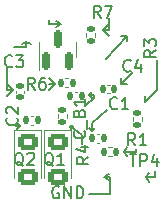
<source format=gto>
%TF.GenerationSoftware,KiCad,Pcbnew,7.0.7*%
%TF.CreationDate,2023-12-15T10:49:53-05:00*%
%TF.ProjectId,Conference Circuit 1214,436f6e66-6572-4656-9e63-652043697263,rev?*%
%TF.SameCoordinates,Original*%
%TF.FileFunction,Legend,Top*%
%TF.FilePolarity,Positive*%
%FSLAX46Y46*%
G04 Gerber Fmt 4.6, Leading zero omitted, Abs format (unit mm)*
G04 Created by KiCad (PCBNEW 7.0.7) date 2023-12-15 10:49:53*
%MOMM*%
%LPD*%
G01*
G04 APERTURE LIST*
G04 Aperture macros list*
%AMRoundRect*
0 Rectangle with rounded corners*
0 $1 Rounding radius*
0 $2 $3 $4 $5 $6 $7 $8 $9 X,Y pos of 4 corners*
0 Add a 4 corners polygon primitive as box body*
4,1,4,$2,$3,$4,$5,$6,$7,$8,$9,$2,$3,0*
0 Add four circle primitives for the rounded corners*
1,1,$1+$1,$2,$3*
1,1,$1+$1,$4,$5*
1,1,$1+$1,$6,$7*
1,1,$1+$1,$8,$9*
0 Add four rect primitives between the rounded corners*
20,1,$1+$1,$2,$3,$4,$5,0*
20,1,$1+$1,$4,$5,$6,$7,0*
20,1,$1+$1,$6,$7,$8,$9,0*
20,1,$1+$1,$8,$9,$2,$3,0*%
G04 Aperture macros list end*
%ADD10C,0.150000*%
%ADD11C,0.120000*%
%ADD12C,1.200000*%
%ADD13C,1.778000*%
%ADD14RoundRect,0.150000X0.150000X-0.587500X0.150000X0.587500X-0.150000X0.587500X-0.150000X-0.587500X0*%
%ADD15RoundRect,0.250001X-0.624999X0.462499X-0.624999X-0.462499X0.624999X-0.462499X0.624999X0.462499X0*%
%ADD16RoundRect,0.140000X0.170000X-0.140000X0.170000X0.140000X-0.170000X0.140000X-0.170000X-0.140000X0*%
%ADD17RoundRect,0.140000X-0.140000X-0.170000X0.140000X-0.170000X0.140000X0.170000X-0.140000X0.170000X0*%
%ADD18RoundRect,0.135000X0.135000X0.185000X-0.135000X0.185000X-0.135000X-0.185000X0.135000X-0.185000X0*%
%ADD19RoundRect,0.135000X-0.185000X0.135000X-0.185000X-0.135000X0.185000X-0.135000X0.185000X0.135000X0*%
%ADD20RoundRect,0.140000X0.140000X0.170000X-0.140000X0.170000X-0.140000X-0.170000X0.140000X-0.170000X0*%
%ADD21RoundRect,0.135000X0.185000X-0.135000X0.185000X0.135000X-0.185000X0.135000X-0.185000X-0.135000X0*%
%ADD22C,1.600200*%
G04 APERTURE END LIST*
D10*
X156210000Y-101092000D02*
X156210000Y-100330000D01*
X156210000Y-100330000D02*
X155194000Y-99568000D01*
X150622000Y-99568000D02*
X151003000Y-99568000D01*
X153416000Y-90551000D02*
X153416000Y-90932000D01*
X157099000Y-99949000D02*
X156845000Y-99695000D01*
X158242000Y-93853000D02*
X160020000Y-91948000D01*
X159512000Y-96012000D02*
X159512000Y-95504000D01*
X160782000Y-101473000D02*
X160782000Y-101727000D01*
X151511000Y-92837000D02*
X151511000Y-92456000D01*
X157226000Y-97155000D02*
X157226000Y-96901000D01*
X162560000Y-93980000D02*
X162560000Y-96520000D01*
X158496000Y-90424000D02*
X158496000Y-91440000D01*
X151003000Y-99568000D02*
X150749000Y-99822000D01*
X158115000Y-103886000D02*
X158496000Y-104140000D01*
X156845000Y-96901000D02*
X157099000Y-96647000D01*
X157988000Y-91440000D02*
X158496000Y-90932000D01*
X153924000Y-96012000D02*
X153416000Y-96520000D01*
X161671000Y-103886000D02*
X161925000Y-104267000D01*
X150495000Y-92837000D02*
X151511000Y-92837000D01*
X151003000Y-99568000D02*
X150749000Y-99314000D01*
X158623000Y-105283000D02*
X158623000Y-103886000D01*
X158115000Y-103886000D02*
X158496000Y-103632000D01*
X155194000Y-99568000D02*
X155313000Y-99902000D01*
X150368000Y-96520000D02*
X149860000Y-96012000D01*
X162433000Y-103886000D02*
X161671000Y-103886000D01*
X162560000Y-96520000D02*
X161544000Y-97536000D01*
X159766000Y-101727000D02*
X160020000Y-102108000D01*
X159512000Y-96012000D02*
X160020000Y-96012000D01*
X158496000Y-91440000D02*
X157988000Y-91440000D01*
X153924000Y-96012000D02*
X153416000Y-95504000D01*
X160020000Y-91948000D02*
X160020000Y-92329000D01*
X161671000Y-103886000D02*
X161925000Y-103505000D01*
X158623000Y-103886000D02*
X158115000Y-103886000D01*
X155194000Y-99568000D02*
X155448000Y-99568000D01*
X160782000Y-101727000D02*
X159766000Y-101727000D01*
X156845000Y-105283000D02*
X158623000Y-105283000D01*
X160020000Y-91948000D02*
X159512000Y-91948000D01*
X151511000Y-92456000D02*
X151892000Y-92583000D01*
X159766000Y-101727000D02*
X160020000Y-101346000D01*
X156845000Y-96901000D02*
X157099000Y-97155000D01*
X162433000Y-103378000D02*
X162433000Y-103886000D01*
X153416000Y-96012000D02*
X153924000Y-96012000D01*
X157099000Y-99314000D02*
X157099000Y-99949000D01*
X157226000Y-96901000D02*
X156845000Y-96901000D01*
X156591000Y-97790000D02*
X157226000Y-97155000D01*
X154432000Y-90932000D02*
X154051000Y-90678000D01*
X150368000Y-96520000D02*
X149860000Y-97028000D01*
X161544000Y-97536000D02*
X161544000Y-97028000D01*
X149860000Y-96520000D02*
X150368000Y-96520000D01*
X149860000Y-94488000D02*
X149860000Y-96520000D01*
X153416000Y-90932000D02*
X154432000Y-90932000D01*
X158369000Y-98171000D02*
X157099000Y-99314000D01*
X154432000Y-90932000D02*
X154051000Y-91186000D01*
X157099000Y-99949000D02*
X157353000Y-99695000D01*
X160528000Y-94996000D02*
X159512000Y-96012000D01*
X157988000Y-91440000D02*
X158496000Y-91948000D01*
X151511000Y-92456000D02*
X151130000Y-92583000D01*
X154276588Y-104708438D02*
X154181350Y-104660819D01*
X154181350Y-104660819D02*
X154038493Y-104660819D01*
X154038493Y-104660819D02*
X153895636Y-104708438D01*
X153895636Y-104708438D02*
X153800398Y-104803676D01*
X153800398Y-104803676D02*
X153752779Y-104898914D01*
X153752779Y-104898914D02*
X153705160Y-105089390D01*
X153705160Y-105089390D02*
X153705160Y-105232247D01*
X153705160Y-105232247D02*
X153752779Y-105422723D01*
X153752779Y-105422723D02*
X153800398Y-105517961D01*
X153800398Y-105517961D02*
X153895636Y-105613200D01*
X153895636Y-105613200D02*
X154038493Y-105660819D01*
X154038493Y-105660819D02*
X154133731Y-105660819D01*
X154133731Y-105660819D02*
X154276588Y-105613200D01*
X154276588Y-105613200D02*
X154324207Y-105565580D01*
X154324207Y-105565580D02*
X154324207Y-105232247D01*
X154324207Y-105232247D02*
X154133731Y-105232247D01*
X154752779Y-105660819D02*
X154752779Y-104660819D01*
X154752779Y-104660819D02*
X155324207Y-105660819D01*
X155324207Y-105660819D02*
X155324207Y-104660819D01*
X155800398Y-105660819D02*
X155800398Y-104660819D01*
X155800398Y-104660819D02*
X156038493Y-104660819D01*
X156038493Y-104660819D02*
X156181350Y-104708438D01*
X156181350Y-104708438D02*
X156276588Y-104803676D01*
X156276588Y-104803676D02*
X156324207Y-104898914D01*
X156324207Y-104898914D02*
X156371826Y-105089390D01*
X156371826Y-105089390D02*
X156371826Y-105232247D01*
X156371826Y-105232247D02*
X156324207Y-105422723D01*
X156324207Y-105422723D02*
X156276588Y-105517961D01*
X156276588Y-105517961D02*
X156181350Y-105613200D01*
X156181350Y-105613200D02*
X156038493Y-105660819D01*
X156038493Y-105660819D02*
X155800398Y-105660819D01*
X160282095Y-101943819D02*
X160853523Y-101943819D01*
X160567809Y-102943819D02*
X160567809Y-101943819D01*
X161186857Y-102943819D02*
X161186857Y-101943819D01*
X161186857Y-101943819D02*
X161567809Y-101943819D01*
X161567809Y-101943819D02*
X161663047Y-101991438D01*
X161663047Y-101991438D02*
X161710666Y-102039057D01*
X161710666Y-102039057D02*
X161758285Y-102134295D01*
X161758285Y-102134295D02*
X161758285Y-102277152D01*
X161758285Y-102277152D02*
X161710666Y-102372390D01*
X161710666Y-102372390D02*
X161663047Y-102420009D01*
X161663047Y-102420009D02*
X161567809Y-102467628D01*
X161567809Y-102467628D02*
X161186857Y-102467628D01*
X162615428Y-102277152D02*
X162615428Y-102943819D01*
X162377333Y-101896200D02*
X162139238Y-102610485D01*
X162139238Y-102610485D02*
X162758285Y-102610485D01*
X153828761Y-102912057D02*
X153733523Y-102864438D01*
X153733523Y-102864438D02*
X153638285Y-102769200D01*
X153638285Y-102769200D02*
X153495428Y-102626342D01*
X153495428Y-102626342D02*
X153400190Y-102578723D01*
X153400190Y-102578723D02*
X153304952Y-102578723D01*
X153352571Y-102816819D02*
X153257333Y-102769200D01*
X153257333Y-102769200D02*
X153162095Y-102673961D01*
X153162095Y-102673961D02*
X153114476Y-102483485D01*
X153114476Y-102483485D02*
X153114476Y-102150152D01*
X153114476Y-102150152D02*
X153162095Y-101959676D01*
X153162095Y-101959676D02*
X153257333Y-101864438D01*
X153257333Y-101864438D02*
X153352571Y-101816819D01*
X153352571Y-101816819D02*
X153543047Y-101816819D01*
X153543047Y-101816819D02*
X153638285Y-101864438D01*
X153638285Y-101864438D02*
X153733523Y-101959676D01*
X153733523Y-101959676D02*
X153781142Y-102150152D01*
X153781142Y-102150152D02*
X153781142Y-102483485D01*
X153781142Y-102483485D02*
X153733523Y-102673961D01*
X153733523Y-102673961D02*
X153638285Y-102769200D01*
X153638285Y-102769200D02*
X153543047Y-102816819D01*
X153543047Y-102816819D02*
X153352571Y-102816819D01*
X154733523Y-102816819D02*
X154162095Y-102816819D01*
X154447809Y-102816819D02*
X154447809Y-101816819D01*
X154447809Y-101816819D02*
X154352571Y-101959676D01*
X154352571Y-101959676D02*
X154257333Y-102054914D01*
X154257333Y-102054914D02*
X154162095Y-102102533D01*
X150328333Y-94466580D02*
X150280714Y-94514200D01*
X150280714Y-94514200D02*
X150137857Y-94561819D01*
X150137857Y-94561819D02*
X150042619Y-94561819D01*
X150042619Y-94561819D02*
X149899762Y-94514200D01*
X149899762Y-94514200D02*
X149804524Y-94418961D01*
X149804524Y-94418961D02*
X149756905Y-94323723D01*
X149756905Y-94323723D02*
X149709286Y-94133247D01*
X149709286Y-94133247D02*
X149709286Y-93990390D01*
X149709286Y-93990390D02*
X149756905Y-93799914D01*
X149756905Y-93799914D02*
X149804524Y-93704676D01*
X149804524Y-93704676D02*
X149899762Y-93609438D01*
X149899762Y-93609438D02*
X150042619Y-93561819D01*
X150042619Y-93561819D02*
X150137857Y-93561819D01*
X150137857Y-93561819D02*
X150280714Y-93609438D01*
X150280714Y-93609438D02*
X150328333Y-93657057D01*
X150661667Y-93561819D02*
X151280714Y-93561819D01*
X151280714Y-93561819D02*
X150947381Y-93942771D01*
X150947381Y-93942771D02*
X151090238Y-93942771D01*
X151090238Y-93942771D02*
X151185476Y-93990390D01*
X151185476Y-93990390D02*
X151233095Y-94038009D01*
X151233095Y-94038009D02*
X151280714Y-94133247D01*
X151280714Y-94133247D02*
X151280714Y-94371342D01*
X151280714Y-94371342D02*
X151233095Y-94466580D01*
X151233095Y-94466580D02*
X151185476Y-94514200D01*
X151185476Y-94514200D02*
X151090238Y-94561819D01*
X151090238Y-94561819D02*
X150804524Y-94561819D01*
X150804524Y-94561819D02*
X150709286Y-94514200D01*
X150709286Y-94514200D02*
X150661667Y-94466580D01*
X151288761Y-102912057D02*
X151193523Y-102864438D01*
X151193523Y-102864438D02*
X151098285Y-102769200D01*
X151098285Y-102769200D02*
X150955428Y-102626342D01*
X150955428Y-102626342D02*
X150860190Y-102578723D01*
X150860190Y-102578723D02*
X150764952Y-102578723D01*
X150812571Y-102816819D02*
X150717333Y-102769200D01*
X150717333Y-102769200D02*
X150622095Y-102673961D01*
X150622095Y-102673961D02*
X150574476Y-102483485D01*
X150574476Y-102483485D02*
X150574476Y-102150152D01*
X150574476Y-102150152D02*
X150622095Y-101959676D01*
X150622095Y-101959676D02*
X150717333Y-101864438D01*
X150717333Y-101864438D02*
X150812571Y-101816819D01*
X150812571Y-101816819D02*
X151003047Y-101816819D01*
X151003047Y-101816819D02*
X151098285Y-101864438D01*
X151098285Y-101864438D02*
X151193523Y-101959676D01*
X151193523Y-101959676D02*
X151241142Y-102150152D01*
X151241142Y-102150152D02*
X151241142Y-102483485D01*
X151241142Y-102483485D02*
X151193523Y-102673961D01*
X151193523Y-102673961D02*
X151098285Y-102769200D01*
X151098285Y-102769200D02*
X151003047Y-102816819D01*
X151003047Y-102816819D02*
X150812571Y-102816819D01*
X151622095Y-101912057D02*
X151669714Y-101864438D01*
X151669714Y-101864438D02*
X151764952Y-101816819D01*
X151764952Y-101816819D02*
X152003047Y-101816819D01*
X152003047Y-101816819D02*
X152098285Y-101864438D01*
X152098285Y-101864438D02*
X152145904Y-101912057D01*
X152145904Y-101912057D02*
X152193523Y-102007295D01*
X152193523Y-102007295D02*
X152193523Y-102102533D01*
X152193523Y-102102533D02*
X152145904Y-102245390D01*
X152145904Y-102245390D02*
X151574476Y-102816819D01*
X151574476Y-102816819D02*
X152193523Y-102816819D01*
X160361333Y-94847580D02*
X160313714Y-94895200D01*
X160313714Y-94895200D02*
X160170857Y-94942819D01*
X160170857Y-94942819D02*
X160075619Y-94942819D01*
X160075619Y-94942819D02*
X159932762Y-94895200D01*
X159932762Y-94895200D02*
X159837524Y-94799961D01*
X159837524Y-94799961D02*
X159789905Y-94704723D01*
X159789905Y-94704723D02*
X159742286Y-94514247D01*
X159742286Y-94514247D02*
X159742286Y-94371390D01*
X159742286Y-94371390D02*
X159789905Y-94180914D01*
X159789905Y-94180914D02*
X159837524Y-94085676D01*
X159837524Y-94085676D02*
X159932762Y-93990438D01*
X159932762Y-93990438D02*
X160075619Y-93942819D01*
X160075619Y-93942819D02*
X160170857Y-93942819D01*
X160170857Y-93942819D02*
X160313714Y-93990438D01*
X160313714Y-93990438D02*
X160361333Y-94038057D01*
X161218476Y-94276152D02*
X161218476Y-94942819D01*
X160980381Y-93895200D02*
X160742286Y-94609485D01*
X160742286Y-94609485D02*
X161361333Y-94609485D01*
X152233333Y-96466819D02*
X151900000Y-95990628D01*
X151661905Y-96466819D02*
X151661905Y-95466819D01*
X151661905Y-95466819D02*
X152042857Y-95466819D01*
X152042857Y-95466819D02*
X152138095Y-95514438D01*
X152138095Y-95514438D02*
X152185714Y-95562057D01*
X152185714Y-95562057D02*
X152233333Y-95657295D01*
X152233333Y-95657295D02*
X152233333Y-95800152D01*
X152233333Y-95800152D02*
X152185714Y-95895390D01*
X152185714Y-95895390D02*
X152138095Y-95943009D01*
X152138095Y-95943009D02*
X152042857Y-95990628D01*
X152042857Y-95990628D02*
X151661905Y-95990628D01*
X153090476Y-95466819D02*
X152900000Y-95466819D01*
X152900000Y-95466819D02*
X152804762Y-95514438D01*
X152804762Y-95514438D02*
X152757143Y-95562057D01*
X152757143Y-95562057D02*
X152661905Y-95704914D01*
X152661905Y-95704914D02*
X152614286Y-95895390D01*
X152614286Y-95895390D02*
X152614286Y-96276342D01*
X152614286Y-96276342D02*
X152661905Y-96371580D01*
X152661905Y-96371580D02*
X152709524Y-96419200D01*
X152709524Y-96419200D02*
X152804762Y-96466819D01*
X152804762Y-96466819D02*
X152995238Y-96466819D01*
X152995238Y-96466819D02*
X153090476Y-96419200D01*
X153090476Y-96419200D02*
X153138095Y-96371580D01*
X153138095Y-96371580D02*
X153185714Y-96276342D01*
X153185714Y-96276342D02*
X153185714Y-96038247D01*
X153185714Y-96038247D02*
X153138095Y-95943009D01*
X153138095Y-95943009D02*
X153090476Y-95895390D01*
X153090476Y-95895390D02*
X152995238Y-95847771D01*
X152995238Y-95847771D02*
X152804762Y-95847771D01*
X152804762Y-95847771D02*
X152709524Y-95895390D01*
X152709524Y-95895390D02*
X152661905Y-95943009D01*
X152661905Y-95943009D02*
X152614286Y-96038247D01*
X160742333Y-101165819D02*
X160409000Y-100689628D01*
X160170905Y-101165819D02*
X160170905Y-100165819D01*
X160170905Y-100165819D02*
X160551857Y-100165819D01*
X160551857Y-100165819D02*
X160647095Y-100213438D01*
X160647095Y-100213438D02*
X160694714Y-100261057D01*
X160694714Y-100261057D02*
X160742333Y-100356295D01*
X160742333Y-100356295D02*
X160742333Y-100499152D01*
X160742333Y-100499152D02*
X160694714Y-100594390D01*
X160694714Y-100594390D02*
X160647095Y-100642009D01*
X160647095Y-100642009D02*
X160551857Y-100689628D01*
X160551857Y-100689628D02*
X160170905Y-100689628D01*
X161694714Y-101165819D02*
X161123286Y-101165819D01*
X161409000Y-101165819D02*
X161409000Y-100165819D01*
X161409000Y-100165819D02*
X161313762Y-100308676D01*
X161313762Y-100308676D02*
X161218524Y-100403914D01*
X161218524Y-100403914D02*
X161123286Y-100451533D01*
X156791819Y-102147666D02*
X156315628Y-102480999D01*
X156791819Y-102719094D02*
X155791819Y-102719094D01*
X155791819Y-102719094D02*
X155791819Y-102338142D01*
X155791819Y-102338142D02*
X155839438Y-102242904D01*
X155839438Y-102242904D02*
X155887057Y-102195285D01*
X155887057Y-102195285D02*
X155982295Y-102147666D01*
X155982295Y-102147666D02*
X156125152Y-102147666D01*
X156125152Y-102147666D02*
X156220390Y-102195285D01*
X156220390Y-102195285D02*
X156268009Y-102242904D01*
X156268009Y-102242904D02*
X156315628Y-102338142D01*
X156315628Y-102338142D02*
X156315628Y-102719094D01*
X156125152Y-101290523D02*
X156791819Y-101290523D01*
X155744200Y-101528618D02*
X156458485Y-101766713D01*
X156458485Y-101766713D02*
X156458485Y-101147666D01*
X150727580Y-98845666D02*
X150775200Y-98893285D01*
X150775200Y-98893285D02*
X150822819Y-99036142D01*
X150822819Y-99036142D02*
X150822819Y-99131380D01*
X150822819Y-99131380D02*
X150775200Y-99274237D01*
X150775200Y-99274237D02*
X150679961Y-99369475D01*
X150679961Y-99369475D02*
X150584723Y-99417094D01*
X150584723Y-99417094D02*
X150394247Y-99464713D01*
X150394247Y-99464713D02*
X150251390Y-99464713D01*
X150251390Y-99464713D02*
X150060914Y-99417094D01*
X150060914Y-99417094D02*
X149965676Y-99369475D01*
X149965676Y-99369475D02*
X149870438Y-99274237D01*
X149870438Y-99274237D02*
X149822819Y-99131380D01*
X149822819Y-99131380D02*
X149822819Y-99036142D01*
X149822819Y-99036142D02*
X149870438Y-98893285D01*
X149870438Y-98893285D02*
X149918057Y-98845666D01*
X149918057Y-98464713D02*
X149870438Y-98417094D01*
X149870438Y-98417094D02*
X149822819Y-98321856D01*
X149822819Y-98321856D02*
X149822819Y-98083761D01*
X149822819Y-98083761D02*
X149870438Y-97988523D01*
X149870438Y-97988523D02*
X149918057Y-97940904D01*
X149918057Y-97940904D02*
X150013295Y-97893285D01*
X150013295Y-97893285D02*
X150108533Y-97893285D01*
X150108533Y-97893285D02*
X150251390Y-97940904D01*
X150251390Y-97940904D02*
X150822819Y-98512332D01*
X150822819Y-98512332D02*
X150822819Y-97893285D01*
X156442580Y-99980619D02*
X156490200Y-100028238D01*
X156490200Y-100028238D02*
X156537819Y-100171095D01*
X156537819Y-100171095D02*
X156537819Y-100266333D01*
X156537819Y-100266333D02*
X156490200Y-100409190D01*
X156490200Y-100409190D02*
X156394961Y-100504428D01*
X156394961Y-100504428D02*
X156299723Y-100552047D01*
X156299723Y-100552047D02*
X156109247Y-100599666D01*
X156109247Y-100599666D02*
X155966390Y-100599666D01*
X155966390Y-100599666D02*
X155775914Y-100552047D01*
X155775914Y-100552047D02*
X155680676Y-100504428D01*
X155680676Y-100504428D02*
X155585438Y-100409190D01*
X155585438Y-100409190D02*
X155537819Y-100266333D01*
X155537819Y-100266333D02*
X155537819Y-100171095D01*
X155537819Y-100171095D02*
X155585438Y-100028238D01*
X155585438Y-100028238D02*
X155633057Y-99980619D01*
X156633057Y-99790143D02*
X156633057Y-99028238D01*
X156014009Y-98456809D02*
X156061628Y-98313952D01*
X156061628Y-98313952D02*
X156109247Y-98266333D01*
X156109247Y-98266333D02*
X156204485Y-98218714D01*
X156204485Y-98218714D02*
X156347342Y-98218714D01*
X156347342Y-98218714D02*
X156442580Y-98266333D01*
X156442580Y-98266333D02*
X156490200Y-98313952D01*
X156490200Y-98313952D02*
X156537819Y-98409190D01*
X156537819Y-98409190D02*
X156537819Y-98790142D01*
X156537819Y-98790142D02*
X155537819Y-98790142D01*
X155537819Y-98790142D02*
X155537819Y-98456809D01*
X155537819Y-98456809D02*
X155585438Y-98361571D01*
X155585438Y-98361571D02*
X155633057Y-98313952D01*
X155633057Y-98313952D02*
X155728295Y-98266333D01*
X155728295Y-98266333D02*
X155823533Y-98266333D01*
X155823533Y-98266333D02*
X155918771Y-98313952D01*
X155918771Y-98313952D02*
X155966390Y-98361571D01*
X155966390Y-98361571D02*
X156014009Y-98456809D01*
X156014009Y-98456809D02*
X156014009Y-98790142D01*
X156537819Y-97266333D02*
X156537819Y-97837761D01*
X156537819Y-97552047D02*
X155537819Y-97552047D01*
X155537819Y-97552047D02*
X155680676Y-97647285D01*
X155680676Y-97647285D02*
X155775914Y-97742523D01*
X155775914Y-97742523D02*
X155823533Y-97837761D01*
X157821333Y-90370819D02*
X157488000Y-89894628D01*
X157249905Y-90370819D02*
X157249905Y-89370819D01*
X157249905Y-89370819D02*
X157630857Y-89370819D01*
X157630857Y-89370819D02*
X157726095Y-89418438D01*
X157726095Y-89418438D02*
X157773714Y-89466057D01*
X157773714Y-89466057D02*
X157821333Y-89561295D01*
X157821333Y-89561295D02*
X157821333Y-89704152D01*
X157821333Y-89704152D02*
X157773714Y-89799390D01*
X157773714Y-89799390D02*
X157726095Y-89847009D01*
X157726095Y-89847009D02*
X157630857Y-89894628D01*
X157630857Y-89894628D02*
X157249905Y-89894628D01*
X158154667Y-89370819D02*
X158821333Y-89370819D01*
X158821333Y-89370819D02*
X158392762Y-90370819D01*
X159218333Y-98022580D02*
X159170714Y-98070200D01*
X159170714Y-98070200D02*
X159027857Y-98117819D01*
X159027857Y-98117819D02*
X158932619Y-98117819D01*
X158932619Y-98117819D02*
X158789762Y-98070200D01*
X158789762Y-98070200D02*
X158694524Y-97974961D01*
X158694524Y-97974961D02*
X158646905Y-97879723D01*
X158646905Y-97879723D02*
X158599286Y-97689247D01*
X158599286Y-97689247D02*
X158599286Y-97546390D01*
X158599286Y-97546390D02*
X158646905Y-97355914D01*
X158646905Y-97355914D02*
X158694524Y-97260676D01*
X158694524Y-97260676D02*
X158789762Y-97165438D01*
X158789762Y-97165438D02*
X158932619Y-97117819D01*
X158932619Y-97117819D02*
X159027857Y-97117819D01*
X159027857Y-97117819D02*
X159170714Y-97165438D01*
X159170714Y-97165438D02*
X159218333Y-97213057D01*
X160170714Y-98117819D02*
X159599286Y-98117819D01*
X159885000Y-98117819D02*
X159885000Y-97117819D01*
X159885000Y-97117819D02*
X159789762Y-97260676D01*
X159789762Y-97260676D02*
X159694524Y-97355914D01*
X159694524Y-97355914D02*
X159599286Y-97403533D01*
X162506819Y-93130666D02*
X162030628Y-93463999D01*
X162506819Y-93702094D02*
X161506819Y-93702094D01*
X161506819Y-93702094D02*
X161506819Y-93321142D01*
X161506819Y-93321142D02*
X161554438Y-93225904D01*
X161554438Y-93225904D02*
X161602057Y-93178285D01*
X161602057Y-93178285D02*
X161697295Y-93130666D01*
X161697295Y-93130666D02*
X161840152Y-93130666D01*
X161840152Y-93130666D02*
X161935390Y-93178285D01*
X161935390Y-93178285D02*
X161983009Y-93225904D01*
X161983009Y-93225904D02*
X162030628Y-93321142D01*
X162030628Y-93321142D02*
X162030628Y-93702094D01*
X161506819Y-92797332D02*
X161506819Y-92178285D01*
X161506819Y-92178285D02*
X161887771Y-92511618D01*
X161887771Y-92511618D02*
X161887771Y-92368761D01*
X161887771Y-92368761D02*
X161935390Y-92273523D01*
X161935390Y-92273523D02*
X161983009Y-92225904D01*
X161983009Y-92225904D02*
X162078247Y-92178285D01*
X162078247Y-92178285D02*
X162316342Y-92178285D01*
X162316342Y-92178285D02*
X162411580Y-92225904D01*
X162411580Y-92225904D02*
X162459200Y-92273523D01*
X162459200Y-92273523D02*
X162506819Y-92368761D01*
X162506819Y-92368761D02*
X162506819Y-92654475D01*
X162506819Y-92654475D02*
X162459200Y-92749713D01*
X162459200Y-92749713D02*
X162411580Y-92797332D01*
D11*
%TO.C,Q3*%
X152618000Y-93091000D02*
X152618000Y-94766000D01*
X152618000Y-93091000D02*
X152618000Y-92441000D01*
X155738000Y-93091000D02*
X155738000Y-93741000D01*
X155738000Y-93091000D02*
X155738000Y-92441000D01*
%TO.C,Q1*%
X155313000Y-99902000D02*
X153043000Y-99902000D01*
X153043000Y-99902000D02*
X153043000Y-103962000D01*
X155313000Y-103962000D02*
X155313000Y-99902000D01*
%TO.C,C3*%
X150643000Y-96754836D02*
X150643000Y-96539164D01*
X151363000Y-96754836D02*
X151363000Y-96539164D01*
%TO.C,Q2*%
X152773000Y-99902000D02*
X150503000Y-99902000D01*
X150503000Y-99902000D02*
X150503000Y-103962000D01*
X152773000Y-103962000D02*
X152773000Y-99902000D01*
%TO.C,C4*%
X158388164Y-96033000D02*
X158603836Y-96033000D01*
X158388164Y-96753000D02*
X158603836Y-96753000D01*
%TO.C,R6*%
X155093641Y-96265000D02*
X154786359Y-96265000D01*
X155093641Y-95505000D02*
X154786359Y-95505000D01*
%TO.C,R1*%
X158776641Y-102107000D02*
X158469359Y-102107000D01*
X158776641Y-101347000D02*
X158469359Y-101347000D01*
%TO.C,R4*%
X154939000Y-98525359D02*
X154939000Y-98832641D01*
X154179000Y-98525359D02*
X154179000Y-98832641D01*
%TO.C,C2*%
X151911164Y-98700000D02*
X152126836Y-98700000D01*
X151911164Y-99420000D02*
X152126836Y-99420000D01*
%TO.C,C_B1*%
X155837836Y-97388000D02*
X155622164Y-97388000D01*
X155837836Y-96668000D02*
X155622164Y-96668000D01*
%TO.C,R7*%
X156592000Y-91974641D02*
X156592000Y-91667359D01*
X157352000Y-91974641D02*
X157352000Y-91667359D01*
%TO.C,C1*%
X157499164Y-100224000D02*
X157714836Y-100224000D01*
X157499164Y-100944000D02*
X157714836Y-100944000D01*
%TO.C,R3*%
X160529000Y-99086641D02*
X160529000Y-98779359D01*
X161289000Y-99086641D02*
X161289000Y-98779359D01*
%TD*%
%LPC*%
D12*
%TO.C,TP3*%
X151384000Y-91313000D03*
D13*
X151384000Y-91313000D03*
%TD*%
D12*
%TO.C,TP4*%
X160401000Y-104013000D03*
D13*
X160401000Y-104013000D03*
%TD*%
D14*
%TO.C,Q3*%
X153228000Y-94028500D03*
X155128000Y-94028500D03*
X154178000Y-92153500D03*
%TD*%
D15*
%TO.C,Q1*%
X154178000Y-100874500D03*
X154178000Y-103849500D03*
%TD*%
D12*
%TO.C,TP2*%
X155448000Y-90170000D03*
D13*
X155448000Y-90170000D03*
%TD*%
D16*
%TO.C,C3*%
X151003000Y-97127000D03*
X151003000Y-96167000D03*
%TD*%
D15*
%TO.C,Q2*%
X151638000Y-100874500D03*
X151638000Y-103849500D03*
%TD*%
D17*
%TO.C,C4*%
X158016000Y-96393000D03*
X158976000Y-96393000D03*
%TD*%
D18*
%TO.C,R6*%
X155450000Y-95885000D03*
X154430000Y-95885000D03*
%TD*%
D12*
%TO.C,TP1*%
X160655000Y-90805000D03*
D13*
X160655000Y-90805000D03*
%TD*%
D18*
%TO.C,R1*%
X159133000Y-101727000D03*
X158113000Y-101727000D03*
%TD*%
D19*
%TO.C,R4*%
X154559000Y-98169000D03*
X154559000Y-99189000D03*
%TD*%
D17*
%TO.C,C2*%
X151539000Y-99060000D03*
X152499000Y-99060000D03*
%TD*%
D20*
%TO.C,C_B1*%
X156210000Y-97028000D03*
X155250000Y-97028000D03*
%TD*%
D21*
%TO.C,R7*%
X156972000Y-92331000D03*
X156972000Y-91311000D03*
%TD*%
D17*
%TO.C,C1*%
X157127000Y-100584000D03*
X158087000Y-100584000D03*
%TD*%
D21*
%TO.C,R3*%
X160909000Y-99443000D03*
X160909000Y-98423000D03*
%TD*%
D22*
%TO.C,BT1*%
X156965000Y-93987595D03*
X156965000Y-103987595D03*
%TD*%
%LPD*%
M02*

</source>
